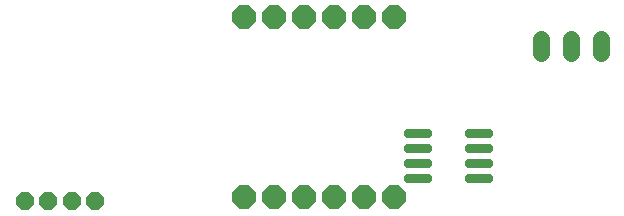
<source format=gbr>
G04 EAGLE Gerber RS-274X export*
G75*
%MOMM*%
%FSLAX34Y34*%
%LPD*%
%INSoldermask Bottom*%
%IPPOS*%
%AMOC8*
5,1,8,0,0,1.08239X$1,22.5*%
G01*
%ADD10P,1.649562X8X22.500000*%
%ADD11C,0.714847*%
%ADD12P,2.144431X8X292.500000*%
%ADD13C,1.461200*%


D10*
X25600Y30700D03*
X45600Y30700D03*
X65600Y30700D03*
X85600Y30700D03*
D11*
X402158Y74708D02*
X402158Y75592D01*
X419042Y75592D01*
X419042Y74708D01*
X402158Y74708D01*
X350158Y74708D02*
X350158Y75592D01*
X367042Y75592D01*
X367042Y74708D01*
X350158Y74708D01*
X402158Y87408D02*
X402158Y88292D01*
X419042Y88292D01*
X419042Y87408D01*
X402158Y87408D01*
X402158Y62892D02*
X402158Y62008D01*
X402158Y62892D02*
X419042Y62892D01*
X419042Y62008D01*
X402158Y62008D01*
X402158Y50192D02*
X402158Y49308D01*
X402158Y50192D02*
X419042Y50192D01*
X419042Y49308D01*
X402158Y49308D01*
X350158Y87408D02*
X350158Y88292D01*
X367042Y88292D01*
X367042Y87408D01*
X350158Y87408D01*
X350158Y62892D02*
X350158Y62008D01*
X350158Y62892D02*
X367042Y62892D01*
X367042Y62008D01*
X350158Y62008D01*
X350158Y50192D02*
X350158Y49308D01*
X350158Y50192D02*
X367042Y50192D01*
X367042Y49308D01*
X350158Y49308D01*
D12*
X211500Y186200D03*
X236900Y186200D03*
X262300Y186200D03*
X287700Y186200D03*
X313100Y186200D03*
X338500Y186200D03*
X338500Y33800D03*
X313100Y33800D03*
X287700Y33800D03*
X262300Y33800D03*
X236900Y33800D03*
X211500Y33800D03*
D13*
X462600Y155710D02*
X462600Y168290D01*
X488000Y168290D02*
X488000Y155710D01*
X513400Y155710D02*
X513400Y168290D01*
M02*

</source>
